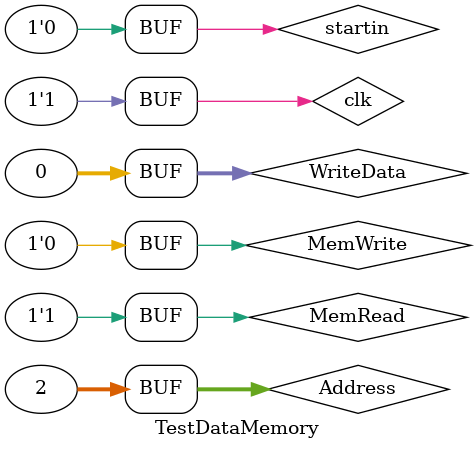
<source format=v>
`timescale 1ns / 1ps


module TestDataMemory;

	// Inputs
	reg [31:0] Address;
	reg [31:0] WriteData;
	reg MemWrite;
	reg MemRead;
	reg startin;
	reg clk;

	// Outputs
	wire [31:0] ReadData;

	// Instantiate the Unit Under Test (UUT)
	DataMemory uut (
		.Address(Address), 
		.WriteData(WriteData), 
		.MemWrite(MemWrite), 
		.MemRead(MemRead), 
		.ReadData(ReadData), 
		.startin(startin), 
		.clk(clk)
	);

	initial begin
		// Initialize Inputs
		Address = 0;
		WriteData = 0;
		MemWrite = 0;
		MemRead = 0;
		startin = 0;
		clk = 0;

		// Wait 100 ns for global reset to finish
		#100;
        
		// Add stimulus here
			clk = 1;
		startin = 1;
		#10;
		clk =1;
		startin = 0;
		Address = 2 ;
		MemRead = 1;
		MemWrite =0;
		 #10;

	end
      
endmodule


</source>
